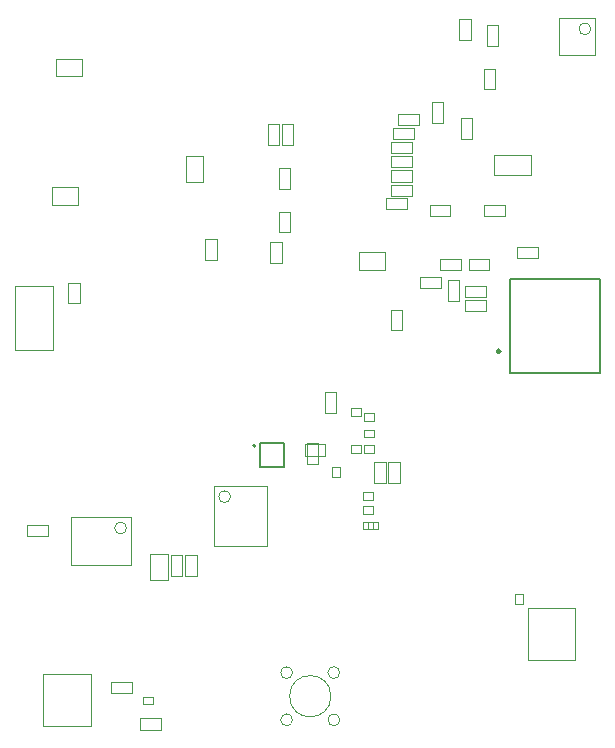
<source format=gbr>
%TF.GenerationSoftware,Altium Limited,Altium Designer,21.2.2 (38)*%
G04 Layer_Color=16711935*
%FSLAX45Y45*%
%MOMM*%
%TF.SameCoordinates,215B76EA-4B9E-490E-954B-DD862D4548B8*%
%TF.FilePolarity,Positive*%
%TF.FileFunction,Other,Mechanical_13*%
%TF.Part,Single*%
G01*
G75*
%TA.AperFunction,NonConductor*%
%ADD88C,0.10000*%
%ADD90C,0.20000*%
%ADD100C,0.30000*%
%ADD102C,0.12700*%
%ADD137C,0.00000*%
%ADD138C,0.01000*%
D88*
X945000Y2570000D02*
G03*
X945000Y2570000I-50000J0D01*
G01*
X4875000Y6795000D02*
G03*
X4875000Y6795000I-50000J0D01*
G01*
X1825000Y2835000D02*
G03*
X1825000Y2835000I-50000J0D01*
G01*
X4055000Y5555000D02*
Y5725000D01*
X4365000Y5555000D02*
Y5725000D01*
X4055000Y5555000D02*
X4365000D01*
X4055000Y5725000D02*
X4365000D01*
X3032500Y2557500D02*
Y2622500D01*
X2947501Y2557500D02*
Y2622500D01*
X3032500D01*
X2947501Y2557500D02*
X3032500D01*
Y2687500D02*
Y2752500D01*
X2947501Y2687500D02*
Y2752500D01*
X3032500D01*
X2947501Y2687500D02*
X3032500D01*
X2622500Y3542500D02*
Y3717500D01*
X2717500Y3542500D02*
Y3717500D01*
X2622500D02*
X2717500D01*
X2622500Y3542500D02*
X2717500D01*
X2452500Y3182500D02*
X2627500D01*
X2452500Y3277500D02*
X2627500D01*
X2452500Y3182500D02*
Y3277500D01*
X2627500Y3182500D02*
Y3277500D01*
X3032500Y2807500D02*
Y2872500D01*
X2947501Y2807500D02*
Y2872500D01*
X3032500D01*
X2947501Y2807500D02*
X3032500D01*
X2687501Y2997500D02*
X2752501D01*
X2687501Y3082500D02*
X2752501D01*
Y2997500D02*
Y3082500D01*
X2687501Y2997500D02*
Y3082500D01*
X3042500Y3127500D02*
X3137500D01*
X3042500Y2952500D02*
X3137500D01*
X3042500D02*
Y3127500D01*
X3137500Y2952500D02*
Y3127500D01*
X3162500D02*
X3257500D01*
X3162500Y2952500D02*
X3257500D01*
X3162500D02*
Y3127500D01*
X3257500Y2952500D02*
Y3127500D01*
X3042500Y3207500D02*
Y3272500D01*
X2957501Y3207500D02*
Y3272500D01*
X3042500D01*
X2957501Y3207500D02*
X3042500D01*
Y3337500D02*
Y3402500D01*
X2957501Y3337500D02*
Y3402500D01*
X3042500D01*
X2957501Y3337500D02*
X3042500D01*
Y3477500D02*
Y3542500D01*
X2957501Y3477500D02*
Y3542500D01*
X3042500D01*
X2957501Y3477500D02*
X3042500D01*
X2500Y4620000D02*
X322500D01*
Y4080000D02*
Y4620000D01*
X2500Y4080000D02*
X322500D01*
X2500D02*
Y4620000D01*
X4147500Y5212500D02*
Y5307500D01*
X3972500Y5212500D02*
Y5307500D01*
Y5212500D02*
X4147500D01*
X3972500Y5307500D02*
X4147500D01*
X3842500Y4752500D02*
Y4847500D01*
X4017500Y4752500D02*
Y4847500D01*
X3842500D02*
X4017500D01*
X3842500Y4752500D02*
X4017500D01*
X2910000Y4902500D02*
X3130000D01*
X2910000Y4757500D02*
X3130000D01*
X2910000D02*
Y4902500D01*
X3130000Y4757500D02*
Y4902500D01*
X3432500Y4602500D02*
Y4697500D01*
X3607500Y4602500D02*
Y4697500D01*
X3432500D02*
X3607500D01*
X3432500Y4602500D02*
X3607500D01*
X2472500Y3112500D02*
X2567500D01*
X2472500Y3287500D02*
X2567500D01*
X2472500Y3112500D02*
Y3287500D01*
X2567500Y3112500D02*
Y3287500D01*
X475000Y2260000D02*
Y2660000D01*
X985000Y2260000D02*
Y2660000D01*
X475000Y2260000D02*
X985000D01*
X475000Y2660000D02*
X985000D01*
X102500Y2502500D02*
X277500D01*
X102500Y2597500D02*
X277500D01*
Y2502500D02*
Y2597500D01*
X102500Y2502500D02*
Y2597500D01*
X3072500Y2557500D02*
Y2622500D01*
X2987500Y2557500D02*
Y2622500D01*
Y2557500D02*
X3072500D01*
X2987500Y2622500D02*
X3072500D01*
X2932500Y3207499D02*
Y3272499D01*
X2847500Y3207499D02*
Y3272499D01*
Y3207499D02*
X2932500D01*
X2847500Y3272499D02*
X2932500D01*
X2847500Y3582500D02*
X2932500D01*
X2847500Y3517499D02*
X2932500D01*
X2847500D02*
Y3582500D01*
X2932500Y3517499D02*
Y3582500D01*
X3182500Y4242500D02*
X3277500D01*
X3182500Y4417500D02*
X3277500D01*
X3182500Y4242500D02*
Y4417500D01*
X3277500Y4242500D02*
Y4417500D01*
X3662500Y4667500D02*
X3757500D01*
X3662500Y4492500D02*
X3757500D01*
Y4667500D01*
X3662500Y4492500D02*
Y4667500D01*
X3987500Y4402500D02*
Y4497500D01*
X3812500Y4402500D02*
Y4497500D01*
Y4402500D02*
X3987500D01*
X3812500Y4497500D02*
X3987500D01*
X3987500Y4522500D02*
Y4617500D01*
X3812500Y4522500D02*
Y4617500D01*
Y4522500D02*
X3987500D01*
X3812500Y4617500D02*
X3987500D01*
X4427500Y4852500D02*
Y4947500D01*
X4252500Y4852500D02*
Y4947500D01*
Y4852500D02*
X4427500D01*
X4252500Y4947500D02*
X4427500D01*
X3777500Y4752500D02*
Y4847500D01*
X3602500Y4752500D02*
Y4847500D01*
Y4752500D02*
X3777500D01*
X3602500Y4847500D02*
X3777500D01*
X3512500Y5212500D02*
Y5307500D01*
X3687500Y5212500D02*
Y5307500D01*
X3512500D02*
X3687500D01*
X3512500Y5212500D02*
X3687500D01*
X3772500Y5862500D02*
X3867500D01*
X3772500Y6037500D02*
X3867500D01*
X3772500Y5862500D02*
Y6037500D01*
X3867500Y5862500D02*
Y6037500D01*
X4605000Y6885000D02*
X4915000D01*
X4605000Y6575000D02*
X4915000D01*
Y6885000D01*
X4605000Y6575000D02*
Y6885000D01*
X4087500Y6652500D02*
Y6827500D01*
X3992500Y6652500D02*
Y6827500D01*
X4087500D01*
X3992500Y6652500D02*
X4087500D01*
X3762500Y6702500D02*
X3857500D01*
X3762500Y6877500D02*
X3857500D01*
X3762500Y6702500D02*
Y6877500D01*
X3857500Y6702500D02*
Y6877500D01*
X3532500Y6002500D02*
X3627500D01*
X3532500Y6177500D02*
X3627500D01*
X3532500Y6002500D02*
Y6177500D01*
X3627500Y6002500D02*
Y6177500D01*
X3417500Y5982500D02*
Y6077500D01*
X3242499Y5982500D02*
Y6077500D01*
Y5982500D02*
X3417500D01*
X3242499Y6077500D02*
X3417500D01*
X3377500Y5862500D02*
Y5957500D01*
X3202500Y5862500D02*
Y5957500D01*
Y5862500D02*
X3377500D01*
X3202500Y5957500D02*
X3377500D01*
X3357500Y5742500D02*
Y5837500D01*
X3182500Y5742500D02*
Y5837500D01*
Y5742500D02*
X3357500D01*
X3182500Y5837500D02*
X3357500D01*
Y5622500D02*
Y5717500D01*
X3182500Y5622500D02*
Y5717500D01*
Y5622500D02*
X3357500D01*
X3182500Y5717500D02*
X3357500D01*
Y5502500D02*
Y5597500D01*
X3182500Y5502500D02*
Y5597500D01*
Y5502500D02*
X3357500D01*
X3182500Y5597500D02*
X3357500D01*
Y5382500D02*
Y5477500D01*
X3182500Y5382500D02*
Y5477500D01*
Y5382500D02*
X3357500D01*
X3182500Y5477500D02*
X3357500D01*
X3317500Y5272500D02*
Y5367500D01*
X3142500Y5272500D02*
Y5367500D01*
Y5272500D02*
X3317500D01*
X3142500Y5367500D02*
X3317500D01*
X1447500Y5720000D02*
X1592500D01*
X1447500Y5500000D02*
X1592500D01*
Y5720000D01*
X1447500Y5500000D02*
Y5720000D01*
X2257499Y4812501D02*
Y4987501D01*
X2162499Y4812501D02*
Y4987501D01*
X2257499D01*
X2162499Y4812501D02*
X2257499D01*
X1707499Y4842501D02*
Y5017502D01*
X1612499Y4842501D02*
Y5017502D01*
X1707499D01*
X1612499Y4842501D02*
X1707499D01*
X452500Y4647500D02*
X547500D01*
X452500Y4472500D02*
X547500D01*
Y4647500D01*
X452500Y4472500D02*
Y4647500D01*
X310000Y5307500D02*
Y5452500D01*
X530000Y5307500D02*
Y5452500D01*
X310000D02*
X530000D01*
X310000Y5307500D02*
X530000D01*
X350000Y6397500D02*
Y6542501D01*
X570000Y6397500D02*
Y6542501D01*
X350000D02*
X570000D01*
X350000Y6397500D02*
X570000D01*
X4237500Y1927500D02*
Y2012500D01*
X4302500Y1927500D02*
Y2012500D01*
X4237500Y1927500D02*
X4302500D01*
X4237500Y2012500D02*
X4302500D01*
X2142500Y5812502D02*
X2237500D01*
X2142500Y5987502D02*
X2237500D01*
X2142500Y5812502D02*
Y5987502D01*
X2237500Y5812502D02*
Y5987502D01*
X2262500Y5812502D02*
X2357500D01*
X2262500Y5987502D02*
X2357500D01*
X2262500Y5812502D02*
Y5987502D01*
X2357500Y5812502D02*
Y5987502D01*
X2232500Y5617500D02*
X2327500D01*
X2232500Y5442500D02*
X2327500D01*
Y5617500D01*
X2232500Y5442500D02*
Y5617500D01*
Y5247500D02*
X2327500D01*
X2232500Y5072500D02*
X2327500D01*
Y5247500D01*
X2232500Y5072500D02*
Y5247500D01*
X4740000Y1450000D02*
Y1890000D01*
X4340000Y1450000D02*
X4740000D01*
X4340000D02*
Y1890000D01*
X4740000D01*
X1087500Y1077500D02*
X1172500D01*
X1087500Y1142500D02*
X1172500D01*
Y1077500D02*
Y1142500D01*
X1087500Y1077500D02*
Y1142500D01*
X1685000Y2415000D02*
Y2925000D01*
X2135000Y2415000D02*
Y2925000D01*
X1685000D02*
X2135000D01*
X1685000Y2415000D02*
X2135000D01*
X240000Y890000D02*
Y1330000D01*
X640000D01*
Y890000D02*
Y1330000D01*
X240000Y890000D02*
X640000D01*
X1442500Y2162500D02*
Y2337500D01*
X1537500Y2162500D02*
Y2337500D01*
X1442500Y2162500D02*
X1537500D01*
X1442500Y2337500D02*
X1537500D01*
X812500Y1172500D02*
X987500D01*
X812500Y1267500D02*
X987500D01*
Y1172500D02*
Y1267500D01*
X812500Y1172500D02*
Y1267500D01*
X1147500Y2350000D02*
X1292501D01*
X1147500Y2130000D02*
X1292501D01*
Y2350000D01*
X1147500Y2130000D02*
Y2350000D01*
X1322500Y2162500D02*
Y2337500D01*
X1417500Y2162500D02*
Y2337500D01*
X1322500Y2162500D02*
X1417500D01*
X1322500Y2337500D02*
X1417500D01*
X1062500Y862500D02*
X1237500D01*
X1062500Y957500D02*
X1237500D01*
Y862500D02*
Y957500D01*
X1062500Y862500D02*
Y957500D01*
X3972500Y6457500D02*
X4067500D01*
X3972500Y6282500D02*
X4067500D01*
Y6457500D01*
X3972500Y6282500D02*
Y6457500D01*
D90*
X2036250Y3265000D02*
G03*
X2036250Y3265000I-10000J0D01*
G01*
D100*
X4105000Y4065000D02*
G03*
X4105000Y4065000I-10000J0D01*
G01*
D102*
X2076250Y3285000D02*
X2276250D01*
Y3085000D02*
Y3285000D01*
X2076250Y3085000D02*
X2276250D01*
X2076250D02*
Y3285000D01*
X4195000Y4675000D02*
X4955000D01*
Y3885000D02*
Y4675000D01*
X4195000Y3885000D02*
X4955000D01*
X4195000D02*
Y4675000D01*
D137*
X2675000Y1145001D02*
G03*
X2675000Y1145001I-175000J0D01*
G01*
D138*
X2350000Y1345001D02*
G03*
X2350000Y1345001I-50000J0D01*
G01*
Y945001D02*
G03*
X2350000Y945001I-50000J0D01*
G01*
X2750000Y1345001D02*
G03*
X2750000Y1345001I-50000J0D01*
G01*
Y945001D02*
G03*
X2750000Y945001I-50000J0D01*
G01*
%TF.MD5,21b59eae4c3f63370726be889bc5781a*%
M02*

</source>
